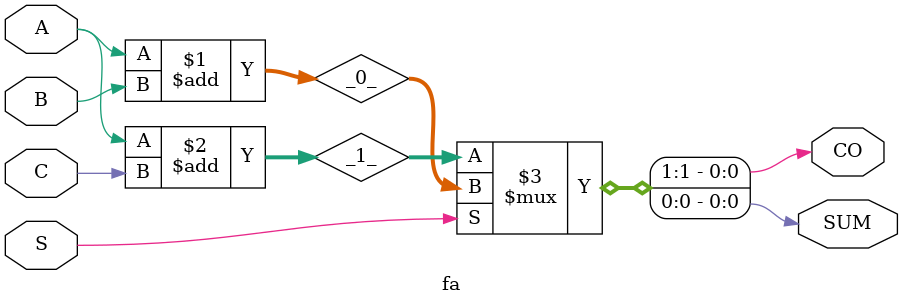
<source format=v>
/* Generated by Yosys 0.4+28 (git sha1 032511f, gcc 4.8.2-19ubuntu1 -fPIC -Os) */

(* src = "fabehav.v:7" *)
module fa(A, B, C, S, SUM, CO);
  (* src = "fabehav.v:8" *)
  input A;
  (* src = "fabehav.v:8" *)
  input B;
  (* src = "fabehav.v:8" *)
  input C;
  (* src = "fabehav.v:8" *)
  input S;
  (* src = "fabehav.v:9" *)
  output SUM;
  (* src = "fabehav.v:9" *)
  output CO;
  (* src = "fabehav.v:11" *)
  wire [1:0] _0_;
  (* src = "fabehav.v:11" *)
  wire [1:0] _1_;
  assign _0_ = A + (* src = "fabehav.v:11" *) B;
  assign _1_ = A + (* src = "fabehav.v:11" *) C;
  assign { CO, SUM } = S ? (* src = "fabehav.v:11" *) _0_ : _1_;
endmodule

</source>
